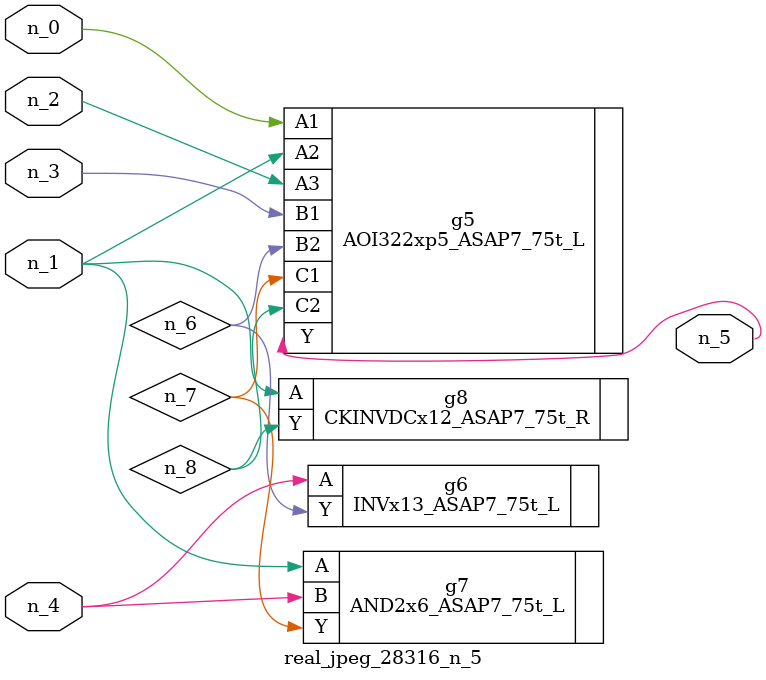
<source format=v>
module real_jpeg_28316_n_5 (n_4, n_0, n_1, n_2, n_3, n_5);

input n_4;
input n_0;
input n_1;
input n_2;
input n_3;

output n_5;

wire n_8;
wire n_6;
wire n_7;

AOI322xp5_ASAP7_75t_L g5 ( 
.A1(n_0),
.A2(n_1),
.A3(n_2),
.B1(n_3),
.B2(n_6),
.C1(n_7),
.C2(n_8),
.Y(n_5)
);

AND2x6_ASAP7_75t_L g7 ( 
.A(n_1),
.B(n_4),
.Y(n_7)
);

CKINVDCx12_ASAP7_75t_R g8 ( 
.A(n_1),
.Y(n_8)
);

INVx13_ASAP7_75t_L g6 ( 
.A(n_4),
.Y(n_6)
);


endmodule
</source>
